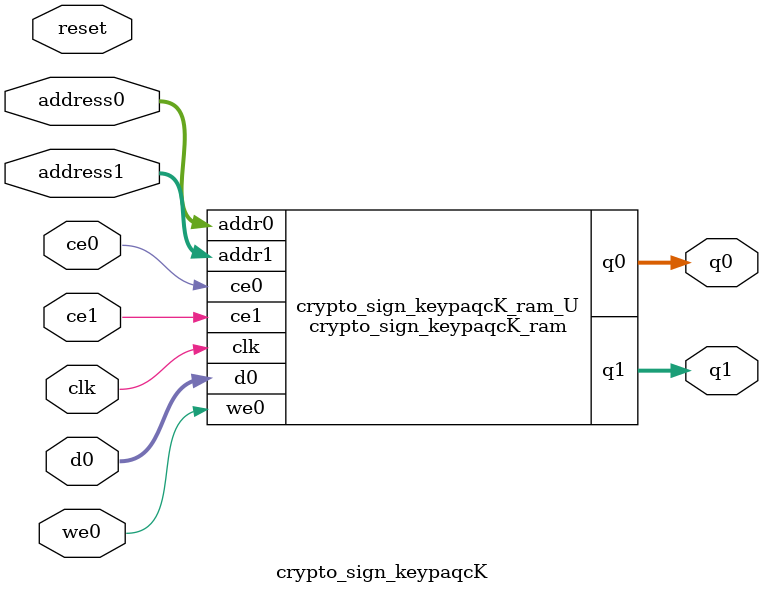
<source format=v>
`timescale 1 ns / 1 ps
module crypto_sign_keypaqcK_ram (addr0, ce0, d0, we0, q0, addr1, ce1, q1,  clk);

parameter DWIDTH = 5;
parameter AWIDTH = 6;
parameter MEM_SIZE = 48;

input[AWIDTH-1:0] addr0;
input ce0;
input[DWIDTH-1:0] d0;
input we0;
output reg[DWIDTH-1:0] q0;
input[AWIDTH-1:0] addr1;
input ce1;
output reg[DWIDTH-1:0] q1;
input clk;

(* ram_style = "distributed" *)reg [DWIDTH-1:0] ram[0:MEM_SIZE-1];




always @(posedge clk)  
begin 
    if (ce0) begin
        if (we0) 
            ram[addr0] <= d0; 
        q0 <= ram[addr0];
    end
end


always @(posedge clk)  
begin 
    if (ce1) begin
        q1 <= ram[addr1];
    end
end


endmodule

`timescale 1 ns / 1 ps
module crypto_sign_keypaqcK(
    reset,
    clk,
    address0,
    ce0,
    we0,
    d0,
    q0,
    address1,
    ce1,
    q1);

parameter DataWidth = 32'd5;
parameter AddressRange = 32'd48;
parameter AddressWidth = 32'd6;
input reset;
input clk;
input[AddressWidth - 1:0] address0;
input ce0;
input we0;
input[DataWidth - 1:0] d0;
output[DataWidth - 1:0] q0;
input[AddressWidth - 1:0] address1;
input ce1;
output[DataWidth - 1:0] q1;



crypto_sign_keypaqcK_ram crypto_sign_keypaqcK_ram_U(
    .clk( clk ),
    .addr0( address0 ),
    .ce0( ce0 ),
    .we0( we0 ),
    .d0( d0 ),
    .q0( q0 ),
    .addr1( address1 ),
    .ce1( ce1 ),
    .q1( q1 ));

endmodule


</source>
